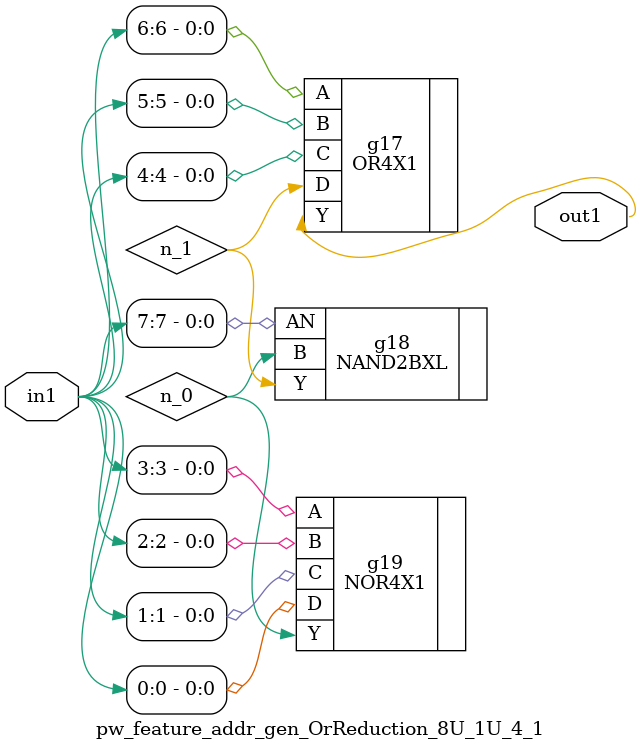
<source format=v>
`timescale 1ps / 1ps


module pw_feature_addr_gen_OrReduction_8U_1U_4_1(in1, out1);
  input [7:0] in1;
  output out1;
  wire [7:0] in1;
  wire out1;
  wire n_0, n_1;
  OR4X1 g17(.A (in1[6]), .B (in1[5]), .C (in1[4]), .D (n_1), .Y (out1));
  NAND2BXL g18(.AN (in1[7]), .B (n_0), .Y (n_1));
  NOR4X1 g19(.A (in1[3]), .B (in1[2]), .C (in1[1]), .D (in1[0]), .Y
       (n_0));
endmodule



</source>
